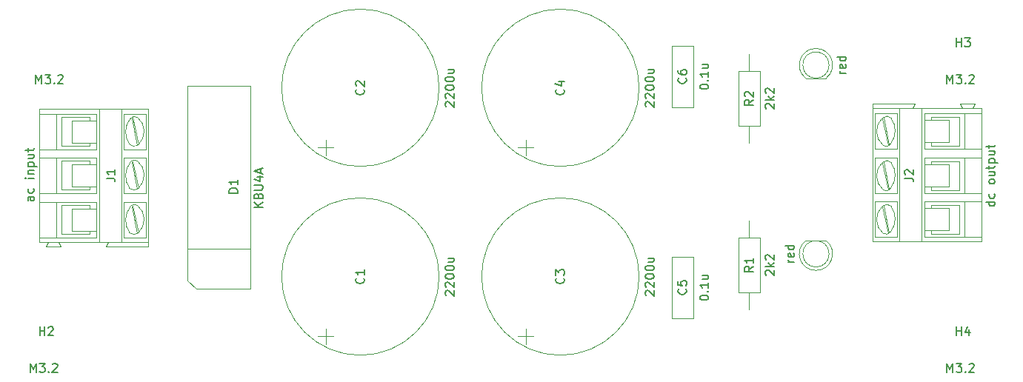
<source format=gbr>
G04 #@! TF.GenerationSoftware,KiCad,Pcbnew,5.1.4-3.fc30*
G04 #@! TF.CreationDate,2019-10-06T03:47:38+02:00*
G04 #@! TF.ProjectId,high_power_sym_supply,68696768-5f70-46f7-9765-725f73796d5f,1.0*
G04 #@! TF.SameCoordinates,Original*
G04 #@! TF.FileFunction,Other,Fab,Top*
%FSLAX46Y46*%
G04 Gerber Fmt 4.6, Leading zero omitted, Abs format (unit mm)*
G04 Created by KiCad (PCBNEW 5.1.4-3.fc30) date 2019-10-06 03:47:38*
%MOMM*%
%LPD*%
G04 APERTURE LIST*
%ADD10C,0.100000*%
%ADD11C,0.120000*%
%ADD12C,0.150000*%
G04 APERTURE END LIST*
D10*
X109452500Y-107227271D02*
X111252500Y-107227271D01*
X110352500Y-108127271D02*
X110352500Y-106327271D01*
X123300000Y-100390000D02*
G75*
G03X123300000Y-100390000I-9000000J0D01*
G01*
X123300000Y-78800000D02*
G75*
G03X123300000Y-78800000I-9000000J0D01*
G01*
X110352500Y-86537271D02*
X110352500Y-84737271D01*
X109452500Y-85637271D02*
X111252500Y-85637271D01*
X132312500Y-107227271D02*
X134112500Y-107227271D01*
X133212500Y-108127271D02*
X133212500Y-106327271D01*
X146160000Y-100390000D02*
G75*
G03X146160000Y-100390000I-9000000J0D01*
G01*
X146160000Y-78800000D02*
G75*
G03X146160000Y-78800000I-9000000J0D01*
G01*
X133212500Y-86537271D02*
X133212500Y-84737271D01*
X132312500Y-85637271D02*
X134112500Y-85637271D01*
X149880000Y-98140000D02*
X149880000Y-105140000D01*
X152380000Y-98140000D02*
X149880000Y-98140000D01*
X152380000Y-105140000D02*
X152380000Y-98140000D01*
X149880000Y-105140000D02*
X152380000Y-105140000D01*
X149880000Y-81010000D02*
X152380000Y-81010000D01*
X152380000Y-81010000D02*
X152380000Y-74010000D01*
X152380000Y-74010000D02*
X149880000Y-74010000D01*
X149880000Y-74010000D02*
X149880000Y-81010000D01*
D11*
X94520000Y-97190000D02*
X101720000Y-97190000D01*
D10*
X95520000Y-101790000D02*
X101720000Y-101790000D01*
X94520000Y-100890000D02*
X95520000Y-101790000D01*
X94520000Y-78590000D02*
X94520000Y-100890000D01*
D11*
X101720000Y-78590000D02*
X94520000Y-78590000D01*
D10*
X101720000Y-101790000D02*
X101720000Y-78590000D01*
X167536190Y-96290000D02*
X165203810Y-96290000D01*
X167870000Y-97790000D02*
G75*
G03X167870000Y-97790000I-1500000J0D01*
G01*
X165204524Y-96289445D02*
G75*
G03X167536190Y-96290000I1165476J-1500555D01*
G01*
X167535476Y-77700555D02*
G75*
G03X165203810Y-77700000I-1165476J1500555D01*
G01*
X167870000Y-76200000D02*
G75*
G03X167870000Y-76200000I-1500000J0D01*
G01*
X165203810Y-77700000D02*
X167536190Y-77700000D01*
X84470000Y-96480000D02*
X84470000Y-81300000D01*
X79830000Y-91840000D02*
X84080000Y-91840000D01*
X77610000Y-95910000D02*
X77610000Y-91400000D01*
X87010000Y-91400000D02*
X87010000Y-96420000D01*
X90050000Y-81240000D02*
X90050000Y-96480000D01*
X84080000Y-92240000D02*
X84080000Y-95540000D01*
X84080000Y-91860000D02*
X84080000Y-92240000D01*
X84080000Y-95920000D02*
X84080000Y-95540000D01*
X88150000Y-92390000D02*
X88780000Y-95440000D01*
X88280000Y-92260000D02*
X88910000Y-95310000D01*
X87260000Y-95920000D02*
X87260000Y-91860000D01*
X89800000Y-95920000D02*
X87260000Y-95920000D01*
X89800000Y-91860000D02*
X89800000Y-95920000D01*
X87260000Y-91860000D02*
X89800000Y-91860000D01*
X87010000Y-96480000D02*
X85480000Y-96480000D01*
X84470000Y-96480000D02*
X79770000Y-96480000D01*
X85480000Y-96480000D02*
X84470000Y-96480000D01*
X83320000Y-95540000D02*
X83320000Y-95160000D01*
X83320000Y-92240000D02*
X83320000Y-92620000D01*
X80150000Y-92240000D02*
X83320000Y-92240000D01*
X80150000Y-95540000D02*
X80150000Y-92240000D01*
X80150000Y-95540000D02*
X83320000Y-95540000D01*
X79510000Y-95920000D02*
X77610000Y-95920000D01*
X79510000Y-91860000D02*
X79510000Y-95920000D01*
X77610000Y-95920000D02*
X77610000Y-96480000D01*
X84080000Y-95920000D02*
X79510000Y-95920000D01*
X77610000Y-91860000D02*
X79510000Y-91860000D01*
X80020000Y-96990000D02*
X78370000Y-96990000D01*
X79770000Y-96480000D02*
X78620000Y-96480000D01*
X80020000Y-96990000D02*
X79770000Y-96480000D01*
X78620000Y-96480000D02*
X77610000Y-96480000D01*
X78370000Y-96990000D02*
X78620000Y-96480000D01*
X85230000Y-96990000D02*
X85480000Y-96480000D01*
X90050000Y-96990000D02*
X85230000Y-96990000D01*
X90050000Y-96480000D02*
X90050000Y-96990000D01*
X90050000Y-96480000D02*
X87010000Y-96480000D01*
X81290000Y-92620000D02*
X84080000Y-92620000D01*
X84080000Y-92620000D02*
X84080000Y-95160000D01*
X81290000Y-95160000D02*
X84080000Y-95160000D01*
X81290000Y-92620000D02*
X81290000Y-95160000D01*
X81290000Y-82540000D02*
X81290000Y-85080000D01*
X81290000Y-85080000D02*
X84080000Y-85080000D01*
X84080000Y-82540000D02*
X84080000Y-85080000D01*
X81290000Y-82540000D02*
X84080000Y-82540000D01*
X81290000Y-87540000D02*
X81290000Y-90080000D01*
X81290000Y-90080000D02*
X84080000Y-90080000D01*
X84080000Y-87540000D02*
X84080000Y-90080000D01*
X81290000Y-87540000D02*
X84080000Y-87540000D01*
X78620000Y-91840000D02*
X77610000Y-91840000D01*
X79770000Y-91840000D02*
X78620000Y-91840000D01*
X77610000Y-86780000D02*
X79510000Y-86780000D01*
X84080000Y-90840000D02*
X79510000Y-90840000D01*
X77610000Y-86780000D02*
X77610000Y-90840000D01*
X77610000Y-90840000D02*
X77610000Y-91400000D01*
X77610000Y-85840000D02*
X79510000Y-85840000D01*
X77610000Y-85840000D02*
X77610000Y-86780000D01*
X84080000Y-81770000D02*
X79510000Y-81770000D01*
X77610000Y-81240000D02*
X77610000Y-81770000D01*
X77610000Y-81770000D02*
X77610000Y-85840000D01*
X79510000Y-86780000D02*
X79510000Y-90840000D01*
X79510000Y-86780000D02*
X84080000Y-86780000D01*
X79510000Y-90840000D02*
X77610000Y-90840000D01*
X79510000Y-85840000D02*
X79510000Y-81770000D01*
X79510000Y-85840000D02*
X84080000Y-85840000D01*
X79510000Y-81770000D02*
X77610000Y-81770000D01*
X80150000Y-90460000D02*
X83320000Y-90460000D01*
X80150000Y-90460000D02*
X80150000Y-87160000D01*
X80150000Y-87160000D02*
X83320000Y-87160000D01*
X80150000Y-85460000D02*
X83320000Y-85460000D01*
X80150000Y-85460000D02*
X80150000Y-82150000D01*
X80150000Y-82150000D02*
X83320000Y-82150000D01*
X83320000Y-82150000D02*
X83320000Y-82540000D01*
X83320000Y-85460000D02*
X83320000Y-85080000D01*
X83320000Y-87160000D02*
X83320000Y-87540000D01*
X83320000Y-90460000D02*
X83320000Y-90080000D01*
X77610000Y-81240000D02*
X84470000Y-81240000D01*
X84470000Y-81240000D02*
X87010000Y-81240000D01*
X87010000Y-81240000D02*
X87010000Y-91400000D01*
X87010000Y-81240000D02*
X90050000Y-81240000D01*
X87260000Y-86780000D02*
X89800000Y-86780000D01*
X89800000Y-86780000D02*
X89800000Y-90840000D01*
X89800000Y-90840000D02*
X87260000Y-90840000D01*
X87260000Y-90840000D02*
X87260000Y-86780000D01*
X87260000Y-85840000D02*
X89800000Y-85840000D01*
X87260000Y-85840000D02*
X87260000Y-81770000D01*
X87260000Y-81770000D02*
X89800000Y-81770000D01*
X89800000Y-85840000D02*
X89800000Y-81770000D01*
X88280000Y-87180000D02*
X88910000Y-90230000D01*
X88150000Y-87310000D02*
X88780000Y-90360000D01*
X88280000Y-82180000D02*
X88910000Y-85230000D01*
X88150000Y-82310000D02*
X88780000Y-85350000D01*
X84080000Y-81770000D02*
X84080000Y-82150000D01*
X84080000Y-85840000D02*
X84080000Y-85460000D01*
X84080000Y-85460000D02*
X84080000Y-82150000D01*
X84080000Y-90840000D02*
X84080000Y-90460000D01*
X84080000Y-86780000D02*
X84080000Y-87160000D01*
X84080000Y-87160000D02*
X84080000Y-90460000D01*
X88888699Y-92317028D02*
G75*
G03X87960000Y-92460000I-408699J-432972D01*
G01*
X88891687Y-95408239D02*
G75*
G03X88830000Y-92260000I-1351687J1548239D01*
G01*
X87998263Y-92417667D02*
G75*
G03X87950000Y-95400000I1901737J-1522333D01*
G01*
X87916004Y-95365620D02*
G75*
G03X88880000Y-95410000I503996J455620D01*
G01*
X87916004Y-90285620D02*
G75*
G03X88880000Y-90330000I503996J455620D01*
G01*
X87998263Y-87337667D02*
G75*
G03X87950000Y-90320000I1901737J-1522333D01*
G01*
X88891687Y-90328239D02*
G75*
G03X88830000Y-87180000I-1351687J1548239D01*
G01*
X88888699Y-87237028D02*
G75*
G03X87960000Y-87380000I-408699J-432972D01*
G01*
X87906005Y-85275532D02*
G75*
G03X88880000Y-85330000I513995J455532D01*
G01*
X87998263Y-82337667D02*
G75*
G03X87950000Y-85320000I1901737J-1522333D01*
G01*
X88891687Y-85328239D02*
G75*
G03X88830000Y-82180000I-1351687J1548239D01*
G01*
X88879005Y-82224574D02*
G75*
G03X87960000Y-82380000I-399005J-435426D01*
G01*
X174010995Y-95415426D02*
G75*
G03X174930000Y-95260000I399005J435426D01*
G01*
X173998313Y-92311761D02*
G75*
G03X174060000Y-95460000I1351687J-1548239D01*
G01*
X174891737Y-95302333D02*
G75*
G03X174940000Y-92320000I-1901737J1522333D01*
G01*
X174983995Y-92364468D02*
G75*
G03X174010000Y-92310000I-513995J-455532D01*
G01*
X174001301Y-90402972D02*
G75*
G03X174930000Y-90260000I408699J432972D01*
G01*
X173998313Y-87311761D02*
G75*
G03X174060000Y-90460000I1351687J-1548239D01*
G01*
X174891737Y-90302333D02*
G75*
G03X174940000Y-87320000I-1901737J1522333D01*
G01*
X174973996Y-87354380D02*
G75*
G03X174010000Y-87310000I-503996J-455620D01*
G01*
X174973996Y-82274380D02*
G75*
G03X174010000Y-82230000I-503996J-455620D01*
G01*
X174891737Y-85222333D02*
G75*
G03X174940000Y-82240000I-1901737J1522333D01*
G01*
X173998313Y-82231761D02*
G75*
G03X174060000Y-85380000I1351687J-1548239D01*
G01*
X174001301Y-85322972D02*
G75*
G03X174930000Y-85180000I408699J432972D01*
G01*
X178810000Y-90480000D02*
X178810000Y-87180000D01*
X178810000Y-90860000D02*
X178810000Y-90480000D01*
X178810000Y-86800000D02*
X178810000Y-87180000D01*
X178810000Y-92180000D02*
X178810000Y-95490000D01*
X178810000Y-91800000D02*
X178810000Y-92180000D01*
X178810000Y-95870000D02*
X178810000Y-95490000D01*
X174740000Y-95330000D02*
X174110000Y-92290000D01*
X174610000Y-95460000D02*
X173980000Y-92410000D01*
X174740000Y-90330000D02*
X174110000Y-87280000D01*
X174610000Y-90460000D02*
X173980000Y-87410000D01*
X173090000Y-91800000D02*
X173090000Y-95870000D01*
X175630000Y-95870000D02*
X173090000Y-95870000D01*
X175630000Y-91800000D02*
X175630000Y-95870000D01*
X175630000Y-91800000D02*
X173090000Y-91800000D01*
X175630000Y-86800000D02*
X175630000Y-90860000D01*
X173090000Y-86800000D02*
X175630000Y-86800000D01*
X173090000Y-90860000D02*
X173090000Y-86800000D01*
X175630000Y-90860000D02*
X173090000Y-90860000D01*
X175880000Y-96400000D02*
X172840000Y-96400000D01*
X175880000Y-96400000D02*
X175880000Y-86240000D01*
X178420000Y-96400000D02*
X175880000Y-96400000D01*
X185280000Y-96400000D02*
X178420000Y-96400000D01*
X179570000Y-87180000D02*
X179570000Y-87560000D01*
X179570000Y-90480000D02*
X179570000Y-90100000D01*
X179570000Y-92180000D02*
X179570000Y-92560000D01*
X179570000Y-95490000D02*
X179570000Y-95100000D01*
X182740000Y-95490000D02*
X179570000Y-95490000D01*
X182740000Y-92180000D02*
X182740000Y-95490000D01*
X182740000Y-92180000D02*
X179570000Y-92180000D01*
X182740000Y-90480000D02*
X179570000Y-90480000D01*
X182740000Y-87180000D02*
X182740000Y-90480000D01*
X182740000Y-87180000D02*
X179570000Y-87180000D01*
X183380000Y-95870000D02*
X185280000Y-95870000D01*
X183380000Y-91800000D02*
X178810000Y-91800000D01*
X183380000Y-91800000D02*
X183380000Y-95870000D01*
X183380000Y-86800000D02*
X185280000Y-86800000D01*
X183380000Y-90860000D02*
X178810000Y-90860000D01*
X183380000Y-90860000D02*
X183380000Y-86800000D01*
X185280000Y-95870000D02*
X185280000Y-91800000D01*
X185280000Y-96400000D02*
X185280000Y-95870000D01*
X178810000Y-95870000D02*
X183380000Y-95870000D01*
X185280000Y-91800000D02*
X185280000Y-90860000D01*
X185280000Y-91800000D02*
X183380000Y-91800000D01*
X185280000Y-86800000D02*
X185280000Y-86240000D01*
X185280000Y-90860000D02*
X185280000Y-86800000D01*
X178810000Y-86800000D02*
X183380000Y-86800000D01*
X185280000Y-90860000D02*
X183380000Y-90860000D01*
X183120000Y-85800000D02*
X184270000Y-85800000D01*
X184270000Y-85800000D02*
X185280000Y-85800000D01*
X181600000Y-90100000D02*
X178810000Y-90100000D01*
X178810000Y-90100000D02*
X178810000Y-87560000D01*
X181600000Y-87560000D02*
X178810000Y-87560000D01*
X181600000Y-90100000D02*
X181600000Y-87560000D01*
X181600000Y-95100000D02*
X178810000Y-95100000D01*
X178810000Y-95100000D02*
X178810000Y-92560000D01*
X181600000Y-92560000D02*
X178810000Y-92560000D01*
X181600000Y-95100000D02*
X181600000Y-92560000D01*
X181600000Y-85020000D02*
X181600000Y-82480000D01*
X181600000Y-82480000D02*
X178810000Y-82480000D01*
X178810000Y-85020000D02*
X178810000Y-82480000D01*
X181600000Y-85020000D02*
X178810000Y-85020000D01*
X172840000Y-81160000D02*
X175880000Y-81160000D01*
X172840000Y-81160000D02*
X172840000Y-80650000D01*
X172840000Y-80650000D02*
X177660000Y-80650000D01*
X177660000Y-80650000D02*
X177410000Y-81160000D01*
X184520000Y-80650000D02*
X184270000Y-81160000D01*
X184270000Y-81160000D02*
X185280000Y-81160000D01*
X182870000Y-80650000D02*
X183120000Y-81160000D01*
X183120000Y-81160000D02*
X184270000Y-81160000D01*
X182870000Y-80650000D02*
X184520000Y-80650000D01*
X185280000Y-85780000D02*
X183380000Y-85780000D01*
X178810000Y-81720000D02*
X183380000Y-81720000D01*
X185280000Y-81720000D02*
X185280000Y-81160000D01*
X183380000Y-85780000D02*
X183380000Y-81720000D01*
X183380000Y-81720000D02*
X185280000Y-81720000D01*
X182740000Y-82100000D02*
X179570000Y-82100000D01*
X182740000Y-82100000D02*
X182740000Y-85400000D01*
X182740000Y-85400000D02*
X179570000Y-85400000D01*
X179570000Y-85400000D02*
X179570000Y-85020000D01*
X179570000Y-82100000D02*
X179570000Y-82480000D01*
X177410000Y-81160000D02*
X178420000Y-81160000D01*
X178420000Y-81160000D02*
X183120000Y-81160000D01*
X175880000Y-81160000D02*
X177410000Y-81160000D01*
X175630000Y-85780000D02*
X173090000Y-85780000D01*
X173090000Y-85780000D02*
X173090000Y-81720000D01*
X173090000Y-81720000D02*
X175630000Y-81720000D01*
X175630000Y-81720000D02*
X175630000Y-85780000D01*
X174610000Y-85380000D02*
X173980000Y-82330000D01*
X174740000Y-85250000D02*
X174110000Y-82200000D01*
X178810000Y-81720000D02*
X178810000Y-82100000D01*
X178810000Y-85780000D02*
X178810000Y-85400000D01*
X178810000Y-85400000D02*
X178810000Y-82100000D01*
X172840000Y-96400000D02*
X172840000Y-81160000D01*
X175880000Y-86240000D02*
X175880000Y-81220000D01*
X185280000Y-81730000D02*
X185280000Y-86240000D01*
X183060000Y-85800000D02*
X178810000Y-85800000D01*
X178420000Y-81160000D02*
X178420000Y-96340000D01*
X158750000Y-93980000D02*
X158750000Y-95910000D01*
X158750000Y-104140000D02*
X158750000Y-102210000D01*
X157500000Y-95910000D02*
X157500000Y-102210000D01*
X160000000Y-95910000D02*
X157500000Y-95910000D01*
X160000000Y-102210000D02*
X160000000Y-95910000D01*
X157500000Y-102210000D02*
X160000000Y-102210000D01*
X157500000Y-83160000D02*
X160000000Y-83160000D01*
X160000000Y-83160000D02*
X160000000Y-76860000D01*
X160000000Y-76860000D02*
X157500000Y-76860000D01*
X157500000Y-76860000D02*
X157500000Y-83160000D01*
X158750000Y-85090000D02*
X158750000Y-83160000D01*
X158750000Y-74930000D02*
X158750000Y-76860000D01*
D12*
X77216190Y-78312380D02*
X77216190Y-77312380D01*
X77549523Y-78026666D01*
X77882857Y-77312380D01*
X77882857Y-78312380D01*
X78263809Y-77312380D02*
X78882857Y-77312380D01*
X78549523Y-77693333D01*
X78692380Y-77693333D01*
X78787619Y-77740952D01*
X78835238Y-77788571D01*
X78882857Y-77883809D01*
X78882857Y-78121904D01*
X78835238Y-78217142D01*
X78787619Y-78264761D01*
X78692380Y-78312380D01*
X78406666Y-78312380D01*
X78311428Y-78264761D01*
X78263809Y-78217142D01*
X79311428Y-78217142D02*
X79359047Y-78264761D01*
X79311428Y-78312380D01*
X79263809Y-78264761D01*
X79311428Y-78217142D01*
X79311428Y-78312380D01*
X79740000Y-77407619D02*
X79787619Y-77360000D01*
X79882857Y-77312380D01*
X80120952Y-77312380D01*
X80216190Y-77360000D01*
X80263809Y-77407619D01*
X80311428Y-77502857D01*
X80311428Y-77598095D01*
X80263809Y-77740952D01*
X79692380Y-78312380D01*
X80311428Y-78312380D01*
X181356190Y-111332380D02*
X181356190Y-110332380D01*
X181689523Y-111046666D01*
X182022857Y-110332380D01*
X182022857Y-111332380D01*
X182403809Y-110332380D02*
X183022857Y-110332380D01*
X182689523Y-110713333D01*
X182832380Y-110713333D01*
X182927619Y-110760952D01*
X182975238Y-110808571D01*
X183022857Y-110903809D01*
X183022857Y-111141904D01*
X182975238Y-111237142D01*
X182927619Y-111284761D01*
X182832380Y-111332380D01*
X182546666Y-111332380D01*
X182451428Y-111284761D01*
X182403809Y-111237142D01*
X183451428Y-111237142D02*
X183499047Y-111284761D01*
X183451428Y-111332380D01*
X183403809Y-111284761D01*
X183451428Y-111237142D01*
X183451428Y-111332380D01*
X183880000Y-110427619D02*
X183927619Y-110380000D01*
X184022857Y-110332380D01*
X184260952Y-110332380D01*
X184356190Y-110380000D01*
X184403809Y-110427619D01*
X184451428Y-110522857D01*
X184451428Y-110618095D01*
X184403809Y-110760952D01*
X183832380Y-111332380D01*
X184451428Y-111332380D01*
X182418095Y-107132380D02*
X182418095Y-106132380D01*
X182418095Y-106608571D02*
X182989523Y-106608571D01*
X182989523Y-107132380D02*
X182989523Y-106132380D01*
X183894285Y-106465714D02*
X183894285Y-107132380D01*
X183656190Y-106084761D02*
X183418095Y-106799047D01*
X184037142Y-106799047D01*
X181356190Y-78312380D02*
X181356190Y-77312380D01*
X181689523Y-78026666D01*
X182022857Y-77312380D01*
X182022857Y-78312380D01*
X182403809Y-77312380D02*
X183022857Y-77312380D01*
X182689523Y-77693333D01*
X182832380Y-77693333D01*
X182927619Y-77740952D01*
X182975238Y-77788571D01*
X183022857Y-77883809D01*
X183022857Y-78121904D01*
X182975238Y-78217142D01*
X182927619Y-78264761D01*
X182832380Y-78312380D01*
X182546666Y-78312380D01*
X182451428Y-78264761D01*
X182403809Y-78217142D01*
X183451428Y-78217142D02*
X183499047Y-78264761D01*
X183451428Y-78312380D01*
X183403809Y-78264761D01*
X183451428Y-78217142D01*
X183451428Y-78312380D01*
X183880000Y-77407619D02*
X183927619Y-77360000D01*
X184022857Y-77312380D01*
X184260952Y-77312380D01*
X184356190Y-77360000D01*
X184403809Y-77407619D01*
X184451428Y-77502857D01*
X184451428Y-77598095D01*
X184403809Y-77740952D01*
X183832380Y-78312380D01*
X184451428Y-78312380D01*
X182418095Y-74112380D02*
X182418095Y-73112380D01*
X182418095Y-73588571D02*
X182989523Y-73588571D01*
X182989523Y-74112380D02*
X182989523Y-73112380D01*
X183370476Y-73112380D02*
X183989523Y-73112380D01*
X183656190Y-73493333D01*
X183799047Y-73493333D01*
X183894285Y-73540952D01*
X183941904Y-73588571D01*
X183989523Y-73683809D01*
X183989523Y-73921904D01*
X183941904Y-74017142D01*
X183894285Y-74064761D01*
X183799047Y-74112380D01*
X183513333Y-74112380D01*
X183418095Y-74064761D01*
X183370476Y-74017142D01*
X76581190Y-111332380D02*
X76581190Y-110332380D01*
X76914523Y-111046666D01*
X77247857Y-110332380D01*
X77247857Y-111332380D01*
X77628809Y-110332380D02*
X78247857Y-110332380D01*
X77914523Y-110713333D01*
X78057380Y-110713333D01*
X78152619Y-110760952D01*
X78200238Y-110808571D01*
X78247857Y-110903809D01*
X78247857Y-111141904D01*
X78200238Y-111237142D01*
X78152619Y-111284761D01*
X78057380Y-111332380D01*
X77771666Y-111332380D01*
X77676428Y-111284761D01*
X77628809Y-111237142D01*
X78676428Y-111237142D02*
X78724047Y-111284761D01*
X78676428Y-111332380D01*
X78628809Y-111284761D01*
X78676428Y-111237142D01*
X78676428Y-111332380D01*
X79105000Y-110427619D02*
X79152619Y-110380000D01*
X79247857Y-110332380D01*
X79485952Y-110332380D01*
X79581190Y-110380000D01*
X79628809Y-110427619D01*
X79676428Y-110522857D01*
X79676428Y-110618095D01*
X79628809Y-110760952D01*
X79057380Y-111332380D01*
X79676428Y-111332380D01*
X77643095Y-107132380D02*
X77643095Y-106132380D01*
X77643095Y-106608571D02*
X78214523Y-106608571D01*
X78214523Y-107132380D02*
X78214523Y-106132380D01*
X78643095Y-106227619D02*
X78690714Y-106180000D01*
X78785952Y-106132380D01*
X79024047Y-106132380D01*
X79119285Y-106180000D01*
X79166904Y-106227619D01*
X79214523Y-106322857D01*
X79214523Y-106418095D01*
X79166904Y-106560952D01*
X78595476Y-107132380D01*
X79214523Y-107132380D01*
X124097619Y-102556666D02*
X124050000Y-102509047D01*
X124002380Y-102413809D01*
X124002380Y-102175714D01*
X124050000Y-102080476D01*
X124097619Y-102032857D01*
X124192857Y-101985238D01*
X124288095Y-101985238D01*
X124430952Y-102032857D01*
X125002380Y-102604285D01*
X125002380Y-101985238D01*
X124097619Y-101604285D02*
X124050000Y-101556666D01*
X124002380Y-101461428D01*
X124002380Y-101223333D01*
X124050000Y-101128095D01*
X124097619Y-101080476D01*
X124192857Y-101032857D01*
X124288095Y-101032857D01*
X124430952Y-101080476D01*
X125002380Y-101651904D01*
X125002380Y-101032857D01*
X124002380Y-100413809D02*
X124002380Y-100318571D01*
X124050000Y-100223333D01*
X124097619Y-100175714D01*
X124192857Y-100128095D01*
X124383333Y-100080476D01*
X124621428Y-100080476D01*
X124811904Y-100128095D01*
X124907142Y-100175714D01*
X124954761Y-100223333D01*
X125002380Y-100318571D01*
X125002380Y-100413809D01*
X124954761Y-100509047D01*
X124907142Y-100556666D01*
X124811904Y-100604285D01*
X124621428Y-100651904D01*
X124383333Y-100651904D01*
X124192857Y-100604285D01*
X124097619Y-100556666D01*
X124050000Y-100509047D01*
X124002380Y-100413809D01*
X124002380Y-99461428D02*
X124002380Y-99366190D01*
X124050000Y-99270952D01*
X124097619Y-99223333D01*
X124192857Y-99175714D01*
X124383333Y-99128095D01*
X124621428Y-99128095D01*
X124811904Y-99175714D01*
X124907142Y-99223333D01*
X124954761Y-99270952D01*
X125002380Y-99366190D01*
X125002380Y-99461428D01*
X124954761Y-99556666D01*
X124907142Y-99604285D01*
X124811904Y-99651904D01*
X124621428Y-99699523D01*
X124383333Y-99699523D01*
X124192857Y-99651904D01*
X124097619Y-99604285D01*
X124050000Y-99556666D01*
X124002380Y-99461428D01*
X124335714Y-98270952D02*
X125002380Y-98270952D01*
X124335714Y-98699523D02*
X124859523Y-98699523D01*
X124954761Y-98651904D01*
X125002380Y-98556666D01*
X125002380Y-98413809D01*
X124954761Y-98318571D01*
X124907142Y-98270952D01*
X114657142Y-100556666D02*
X114704761Y-100604285D01*
X114752380Y-100747142D01*
X114752380Y-100842380D01*
X114704761Y-100985238D01*
X114609523Y-101080476D01*
X114514285Y-101128095D01*
X114323809Y-101175714D01*
X114180952Y-101175714D01*
X113990476Y-101128095D01*
X113895238Y-101080476D01*
X113800000Y-100985238D01*
X113752380Y-100842380D01*
X113752380Y-100747142D01*
X113800000Y-100604285D01*
X113847619Y-100556666D01*
X114752380Y-99604285D02*
X114752380Y-100175714D01*
X114752380Y-99890000D02*
X113752380Y-99890000D01*
X113895238Y-99985238D01*
X113990476Y-100080476D01*
X114038095Y-100175714D01*
X124097619Y-80966666D02*
X124050000Y-80919047D01*
X124002380Y-80823809D01*
X124002380Y-80585714D01*
X124050000Y-80490476D01*
X124097619Y-80442857D01*
X124192857Y-80395238D01*
X124288095Y-80395238D01*
X124430952Y-80442857D01*
X125002380Y-81014285D01*
X125002380Y-80395238D01*
X124097619Y-80014285D02*
X124050000Y-79966666D01*
X124002380Y-79871428D01*
X124002380Y-79633333D01*
X124050000Y-79538095D01*
X124097619Y-79490476D01*
X124192857Y-79442857D01*
X124288095Y-79442857D01*
X124430952Y-79490476D01*
X125002380Y-80061904D01*
X125002380Y-79442857D01*
X124002380Y-78823809D02*
X124002380Y-78728571D01*
X124050000Y-78633333D01*
X124097619Y-78585714D01*
X124192857Y-78538095D01*
X124383333Y-78490476D01*
X124621428Y-78490476D01*
X124811904Y-78538095D01*
X124907142Y-78585714D01*
X124954761Y-78633333D01*
X125002380Y-78728571D01*
X125002380Y-78823809D01*
X124954761Y-78919047D01*
X124907142Y-78966666D01*
X124811904Y-79014285D01*
X124621428Y-79061904D01*
X124383333Y-79061904D01*
X124192857Y-79014285D01*
X124097619Y-78966666D01*
X124050000Y-78919047D01*
X124002380Y-78823809D01*
X124002380Y-77871428D02*
X124002380Y-77776190D01*
X124050000Y-77680952D01*
X124097619Y-77633333D01*
X124192857Y-77585714D01*
X124383333Y-77538095D01*
X124621428Y-77538095D01*
X124811904Y-77585714D01*
X124907142Y-77633333D01*
X124954761Y-77680952D01*
X125002380Y-77776190D01*
X125002380Y-77871428D01*
X124954761Y-77966666D01*
X124907142Y-78014285D01*
X124811904Y-78061904D01*
X124621428Y-78109523D01*
X124383333Y-78109523D01*
X124192857Y-78061904D01*
X124097619Y-78014285D01*
X124050000Y-77966666D01*
X124002380Y-77871428D01*
X124335714Y-76680952D02*
X125002380Y-76680952D01*
X124335714Y-77109523D02*
X124859523Y-77109523D01*
X124954761Y-77061904D01*
X125002380Y-76966666D01*
X125002380Y-76823809D01*
X124954761Y-76728571D01*
X124907142Y-76680952D01*
X114657142Y-78966666D02*
X114704761Y-79014285D01*
X114752380Y-79157142D01*
X114752380Y-79252380D01*
X114704761Y-79395238D01*
X114609523Y-79490476D01*
X114514285Y-79538095D01*
X114323809Y-79585714D01*
X114180952Y-79585714D01*
X113990476Y-79538095D01*
X113895238Y-79490476D01*
X113800000Y-79395238D01*
X113752380Y-79252380D01*
X113752380Y-79157142D01*
X113800000Y-79014285D01*
X113847619Y-78966666D01*
X113847619Y-78585714D02*
X113800000Y-78538095D01*
X113752380Y-78442857D01*
X113752380Y-78204761D01*
X113800000Y-78109523D01*
X113847619Y-78061904D01*
X113942857Y-78014285D01*
X114038095Y-78014285D01*
X114180952Y-78061904D01*
X114752380Y-78633333D01*
X114752380Y-78014285D01*
X146957619Y-102556666D02*
X146910000Y-102509047D01*
X146862380Y-102413809D01*
X146862380Y-102175714D01*
X146910000Y-102080476D01*
X146957619Y-102032857D01*
X147052857Y-101985238D01*
X147148095Y-101985238D01*
X147290952Y-102032857D01*
X147862380Y-102604285D01*
X147862380Y-101985238D01*
X146957619Y-101604285D02*
X146910000Y-101556666D01*
X146862380Y-101461428D01*
X146862380Y-101223333D01*
X146910000Y-101128095D01*
X146957619Y-101080476D01*
X147052857Y-101032857D01*
X147148095Y-101032857D01*
X147290952Y-101080476D01*
X147862380Y-101651904D01*
X147862380Y-101032857D01*
X146862380Y-100413809D02*
X146862380Y-100318571D01*
X146910000Y-100223333D01*
X146957619Y-100175714D01*
X147052857Y-100128095D01*
X147243333Y-100080476D01*
X147481428Y-100080476D01*
X147671904Y-100128095D01*
X147767142Y-100175714D01*
X147814761Y-100223333D01*
X147862380Y-100318571D01*
X147862380Y-100413809D01*
X147814761Y-100509047D01*
X147767142Y-100556666D01*
X147671904Y-100604285D01*
X147481428Y-100651904D01*
X147243333Y-100651904D01*
X147052857Y-100604285D01*
X146957619Y-100556666D01*
X146910000Y-100509047D01*
X146862380Y-100413809D01*
X146862380Y-99461428D02*
X146862380Y-99366190D01*
X146910000Y-99270952D01*
X146957619Y-99223333D01*
X147052857Y-99175714D01*
X147243333Y-99128095D01*
X147481428Y-99128095D01*
X147671904Y-99175714D01*
X147767142Y-99223333D01*
X147814761Y-99270952D01*
X147862380Y-99366190D01*
X147862380Y-99461428D01*
X147814761Y-99556666D01*
X147767142Y-99604285D01*
X147671904Y-99651904D01*
X147481428Y-99699523D01*
X147243333Y-99699523D01*
X147052857Y-99651904D01*
X146957619Y-99604285D01*
X146910000Y-99556666D01*
X146862380Y-99461428D01*
X147195714Y-98270952D02*
X147862380Y-98270952D01*
X147195714Y-98699523D02*
X147719523Y-98699523D01*
X147814761Y-98651904D01*
X147862380Y-98556666D01*
X147862380Y-98413809D01*
X147814761Y-98318571D01*
X147767142Y-98270952D01*
X137517142Y-100556666D02*
X137564761Y-100604285D01*
X137612380Y-100747142D01*
X137612380Y-100842380D01*
X137564761Y-100985238D01*
X137469523Y-101080476D01*
X137374285Y-101128095D01*
X137183809Y-101175714D01*
X137040952Y-101175714D01*
X136850476Y-101128095D01*
X136755238Y-101080476D01*
X136660000Y-100985238D01*
X136612380Y-100842380D01*
X136612380Y-100747142D01*
X136660000Y-100604285D01*
X136707619Y-100556666D01*
X136612380Y-100223333D02*
X136612380Y-99604285D01*
X136993333Y-99937619D01*
X136993333Y-99794761D01*
X137040952Y-99699523D01*
X137088571Y-99651904D01*
X137183809Y-99604285D01*
X137421904Y-99604285D01*
X137517142Y-99651904D01*
X137564761Y-99699523D01*
X137612380Y-99794761D01*
X137612380Y-100080476D01*
X137564761Y-100175714D01*
X137517142Y-100223333D01*
X146957619Y-80966666D02*
X146910000Y-80919047D01*
X146862380Y-80823809D01*
X146862380Y-80585714D01*
X146910000Y-80490476D01*
X146957619Y-80442857D01*
X147052857Y-80395238D01*
X147148095Y-80395238D01*
X147290952Y-80442857D01*
X147862380Y-81014285D01*
X147862380Y-80395238D01*
X146957619Y-80014285D02*
X146910000Y-79966666D01*
X146862380Y-79871428D01*
X146862380Y-79633333D01*
X146910000Y-79538095D01*
X146957619Y-79490476D01*
X147052857Y-79442857D01*
X147148095Y-79442857D01*
X147290952Y-79490476D01*
X147862380Y-80061904D01*
X147862380Y-79442857D01*
X146862380Y-78823809D02*
X146862380Y-78728571D01*
X146910000Y-78633333D01*
X146957619Y-78585714D01*
X147052857Y-78538095D01*
X147243333Y-78490476D01*
X147481428Y-78490476D01*
X147671904Y-78538095D01*
X147767142Y-78585714D01*
X147814761Y-78633333D01*
X147862380Y-78728571D01*
X147862380Y-78823809D01*
X147814761Y-78919047D01*
X147767142Y-78966666D01*
X147671904Y-79014285D01*
X147481428Y-79061904D01*
X147243333Y-79061904D01*
X147052857Y-79014285D01*
X146957619Y-78966666D01*
X146910000Y-78919047D01*
X146862380Y-78823809D01*
X146862380Y-77871428D02*
X146862380Y-77776190D01*
X146910000Y-77680952D01*
X146957619Y-77633333D01*
X147052857Y-77585714D01*
X147243333Y-77538095D01*
X147481428Y-77538095D01*
X147671904Y-77585714D01*
X147767142Y-77633333D01*
X147814761Y-77680952D01*
X147862380Y-77776190D01*
X147862380Y-77871428D01*
X147814761Y-77966666D01*
X147767142Y-78014285D01*
X147671904Y-78061904D01*
X147481428Y-78109523D01*
X147243333Y-78109523D01*
X147052857Y-78061904D01*
X146957619Y-78014285D01*
X146910000Y-77966666D01*
X146862380Y-77871428D01*
X147195714Y-76680952D02*
X147862380Y-76680952D01*
X147195714Y-77109523D02*
X147719523Y-77109523D01*
X147814761Y-77061904D01*
X147862380Y-76966666D01*
X147862380Y-76823809D01*
X147814761Y-76728571D01*
X147767142Y-76680952D01*
X137517142Y-78966666D02*
X137564761Y-79014285D01*
X137612380Y-79157142D01*
X137612380Y-79252380D01*
X137564761Y-79395238D01*
X137469523Y-79490476D01*
X137374285Y-79538095D01*
X137183809Y-79585714D01*
X137040952Y-79585714D01*
X136850476Y-79538095D01*
X136755238Y-79490476D01*
X136660000Y-79395238D01*
X136612380Y-79252380D01*
X136612380Y-79157142D01*
X136660000Y-79014285D01*
X136707619Y-78966666D01*
X136945714Y-78109523D02*
X137612380Y-78109523D01*
X136564761Y-78347619D02*
X137279047Y-78585714D01*
X137279047Y-77966666D01*
X153082380Y-102854285D02*
X153082380Y-102759047D01*
X153130000Y-102663809D01*
X153177619Y-102616190D01*
X153272857Y-102568571D01*
X153463333Y-102520952D01*
X153701428Y-102520952D01*
X153891904Y-102568571D01*
X153987142Y-102616190D01*
X154034761Y-102663809D01*
X154082380Y-102759047D01*
X154082380Y-102854285D01*
X154034761Y-102949523D01*
X153987142Y-102997142D01*
X153891904Y-103044761D01*
X153701428Y-103092380D01*
X153463333Y-103092380D01*
X153272857Y-103044761D01*
X153177619Y-102997142D01*
X153130000Y-102949523D01*
X153082380Y-102854285D01*
X153987142Y-102092380D02*
X154034761Y-102044761D01*
X154082380Y-102092380D01*
X154034761Y-102140000D01*
X153987142Y-102092380D01*
X154082380Y-102092380D01*
X154082380Y-101092380D02*
X154082380Y-101663809D01*
X154082380Y-101378095D02*
X153082380Y-101378095D01*
X153225238Y-101473333D01*
X153320476Y-101568571D01*
X153368095Y-101663809D01*
X153415714Y-100235238D02*
X154082380Y-100235238D01*
X153415714Y-100663809D02*
X153939523Y-100663809D01*
X154034761Y-100616190D01*
X154082380Y-100520952D01*
X154082380Y-100378095D01*
X154034761Y-100282857D01*
X153987142Y-100235238D01*
X151487142Y-101806666D02*
X151534761Y-101854285D01*
X151582380Y-101997142D01*
X151582380Y-102092380D01*
X151534761Y-102235238D01*
X151439523Y-102330476D01*
X151344285Y-102378095D01*
X151153809Y-102425714D01*
X151010952Y-102425714D01*
X150820476Y-102378095D01*
X150725238Y-102330476D01*
X150630000Y-102235238D01*
X150582380Y-102092380D01*
X150582380Y-101997142D01*
X150630000Y-101854285D01*
X150677619Y-101806666D01*
X150582380Y-100901904D02*
X150582380Y-101378095D01*
X151058571Y-101425714D01*
X151010952Y-101378095D01*
X150963333Y-101282857D01*
X150963333Y-101044761D01*
X151010952Y-100949523D01*
X151058571Y-100901904D01*
X151153809Y-100854285D01*
X151391904Y-100854285D01*
X151487142Y-100901904D01*
X151534761Y-100949523D01*
X151582380Y-101044761D01*
X151582380Y-101282857D01*
X151534761Y-101378095D01*
X151487142Y-101425714D01*
X153082380Y-78724285D02*
X153082380Y-78629047D01*
X153130000Y-78533809D01*
X153177619Y-78486190D01*
X153272857Y-78438571D01*
X153463333Y-78390952D01*
X153701428Y-78390952D01*
X153891904Y-78438571D01*
X153987142Y-78486190D01*
X154034761Y-78533809D01*
X154082380Y-78629047D01*
X154082380Y-78724285D01*
X154034761Y-78819523D01*
X153987142Y-78867142D01*
X153891904Y-78914761D01*
X153701428Y-78962380D01*
X153463333Y-78962380D01*
X153272857Y-78914761D01*
X153177619Y-78867142D01*
X153130000Y-78819523D01*
X153082380Y-78724285D01*
X153987142Y-77962380D02*
X154034761Y-77914761D01*
X154082380Y-77962380D01*
X154034761Y-78010000D01*
X153987142Y-77962380D01*
X154082380Y-77962380D01*
X154082380Y-76962380D02*
X154082380Y-77533809D01*
X154082380Y-77248095D02*
X153082380Y-77248095D01*
X153225238Y-77343333D01*
X153320476Y-77438571D01*
X153368095Y-77533809D01*
X153415714Y-76105238D02*
X154082380Y-76105238D01*
X153415714Y-76533809D02*
X153939523Y-76533809D01*
X154034761Y-76486190D01*
X154082380Y-76390952D01*
X154082380Y-76248095D01*
X154034761Y-76152857D01*
X153987142Y-76105238D01*
X151487142Y-77676666D02*
X151534761Y-77724285D01*
X151582380Y-77867142D01*
X151582380Y-77962380D01*
X151534761Y-78105238D01*
X151439523Y-78200476D01*
X151344285Y-78248095D01*
X151153809Y-78295714D01*
X151010952Y-78295714D01*
X150820476Y-78248095D01*
X150725238Y-78200476D01*
X150630000Y-78105238D01*
X150582380Y-77962380D01*
X150582380Y-77867142D01*
X150630000Y-77724285D01*
X150677619Y-77676666D01*
X150582380Y-76819523D02*
X150582380Y-77010000D01*
X150630000Y-77105238D01*
X150677619Y-77152857D01*
X150820476Y-77248095D01*
X151010952Y-77295714D01*
X151391904Y-77295714D01*
X151487142Y-77248095D01*
X151534761Y-77200476D01*
X151582380Y-77105238D01*
X151582380Y-76914761D01*
X151534761Y-76819523D01*
X151487142Y-76771904D01*
X151391904Y-76724285D01*
X151153809Y-76724285D01*
X151058571Y-76771904D01*
X151010952Y-76819523D01*
X150963333Y-76914761D01*
X150963333Y-77105238D01*
X151010952Y-77200476D01*
X151058571Y-77248095D01*
X151153809Y-77295714D01*
X103172380Y-92480476D02*
X102172380Y-92480476D01*
X103172380Y-91909047D02*
X102600952Y-92337619D01*
X102172380Y-91909047D02*
X102743809Y-92480476D01*
X102648571Y-91147142D02*
X102696190Y-91004285D01*
X102743809Y-90956666D01*
X102839047Y-90909047D01*
X102981904Y-90909047D01*
X103077142Y-90956666D01*
X103124761Y-91004285D01*
X103172380Y-91099523D01*
X103172380Y-91480476D01*
X102172380Y-91480476D01*
X102172380Y-91147142D01*
X102220000Y-91051904D01*
X102267619Y-91004285D01*
X102362857Y-90956666D01*
X102458095Y-90956666D01*
X102553333Y-91004285D01*
X102600952Y-91051904D01*
X102648571Y-91147142D01*
X102648571Y-91480476D01*
X102172380Y-90480476D02*
X102981904Y-90480476D01*
X103077142Y-90432857D01*
X103124761Y-90385238D01*
X103172380Y-90290000D01*
X103172380Y-90099523D01*
X103124761Y-90004285D01*
X103077142Y-89956666D01*
X102981904Y-89909047D01*
X102172380Y-89909047D01*
X102505714Y-89004285D02*
X103172380Y-89004285D01*
X102124761Y-89242380D02*
X102839047Y-89480476D01*
X102839047Y-88861428D01*
X102886666Y-88528095D02*
X102886666Y-88051904D01*
X103172380Y-88623333D02*
X102172380Y-88290000D01*
X103172380Y-87956666D01*
X100272380Y-90828095D02*
X99272380Y-90828095D01*
X99272380Y-90590000D01*
X99320000Y-90447142D01*
X99415238Y-90351904D01*
X99510476Y-90304285D01*
X99700952Y-90256666D01*
X99843809Y-90256666D01*
X100034285Y-90304285D01*
X100129523Y-90351904D01*
X100224761Y-90447142D01*
X100272380Y-90590000D01*
X100272380Y-90828095D01*
X100272380Y-89304285D02*
X100272380Y-89875714D01*
X100272380Y-89590000D02*
X99272380Y-89590000D01*
X99415238Y-89685238D01*
X99510476Y-89780476D01*
X99558095Y-89875714D01*
X163862380Y-98742380D02*
X163195714Y-98742380D01*
X163386190Y-98742380D02*
X163290952Y-98694761D01*
X163243333Y-98647142D01*
X163195714Y-98551904D01*
X163195714Y-98456666D01*
X163814761Y-97742380D02*
X163862380Y-97837619D01*
X163862380Y-98028095D01*
X163814761Y-98123333D01*
X163719523Y-98170952D01*
X163338571Y-98170952D01*
X163243333Y-98123333D01*
X163195714Y-98028095D01*
X163195714Y-97837619D01*
X163243333Y-97742380D01*
X163338571Y-97694761D01*
X163433809Y-97694761D01*
X163529047Y-98170952D01*
X163862380Y-96837619D02*
X162862380Y-96837619D01*
X163814761Y-96837619D02*
X163862380Y-96932857D01*
X163862380Y-97123333D01*
X163814761Y-97218571D01*
X163767142Y-97266190D01*
X163671904Y-97313809D01*
X163386190Y-97313809D01*
X163290952Y-97266190D01*
X163243333Y-97218571D01*
X163195714Y-97123333D01*
X163195714Y-96932857D01*
X163243333Y-96837619D01*
X169782380Y-77152380D02*
X169115714Y-77152380D01*
X169306190Y-77152380D02*
X169210952Y-77104761D01*
X169163333Y-77057142D01*
X169115714Y-76961904D01*
X169115714Y-76866666D01*
X169734761Y-76152380D02*
X169782380Y-76247619D01*
X169782380Y-76438095D01*
X169734761Y-76533333D01*
X169639523Y-76580952D01*
X169258571Y-76580952D01*
X169163333Y-76533333D01*
X169115714Y-76438095D01*
X169115714Y-76247619D01*
X169163333Y-76152380D01*
X169258571Y-76104761D01*
X169353809Y-76104761D01*
X169449047Y-76580952D01*
X169782380Y-75247619D02*
X168782380Y-75247619D01*
X169734761Y-75247619D02*
X169782380Y-75342857D01*
X169782380Y-75533333D01*
X169734761Y-75628571D01*
X169687142Y-75676190D01*
X169591904Y-75723809D01*
X169306190Y-75723809D01*
X169210952Y-75676190D01*
X169163333Y-75628571D01*
X169115714Y-75533333D01*
X169115714Y-75342857D01*
X169163333Y-75247619D01*
X76972380Y-91246190D02*
X76448571Y-91246190D01*
X76353333Y-91293809D01*
X76305714Y-91389047D01*
X76305714Y-91579523D01*
X76353333Y-91674761D01*
X76924761Y-91246190D02*
X76972380Y-91341428D01*
X76972380Y-91579523D01*
X76924761Y-91674761D01*
X76829523Y-91722380D01*
X76734285Y-91722380D01*
X76639047Y-91674761D01*
X76591428Y-91579523D01*
X76591428Y-91341428D01*
X76543809Y-91246190D01*
X76924761Y-90341428D02*
X76972380Y-90436666D01*
X76972380Y-90627142D01*
X76924761Y-90722380D01*
X76877142Y-90770000D01*
X76781904Y-90817619D01*
X76496190Y-90817619D01*
X76400952Y-90770000D01*
X76353333Y-90722380D01*
X76305714Y-90627142D01*
X76305714Y-90436666D01*
X76353333Y-90341428D01*
X76972380Y-89150952D02*
X76305714Y-89150952D01*
X75972380Y-89150952D02*
X76020000Y-89198571D01*
X76067619Y-89150952D01*
X76020000Y-89103333D01*
X75972380Y-89150952D01*
X76067619Y-89150952D01*
X76305714Y-88674761D02*
X76972380Y-88674761D01*
X76400952Y-88674761D02*
X76353333Y-88627142D01*
X76305714Y-88531904D01*
X76305714Y-88389047D01*
X76353333Y-88293809D01*
X76448571Y-88246190D01*
X76972380Y-88246190D01*
X76305714Y-87770000D02*
X77305714Y-87770000D01*
X76353333Y-87770000D02*
X76305714Y-87674761D01*
X76305714Y-87484285D01*
X76353333Y-87389047D01*
X76400952Y-87341428D01*
X76496190Y-87293809D01*
X76781904Y-87293809D01*
X76877142Y-87341428D01*
X76924761Y-87389047D01*
X76972380Y-87484285D01*
X76972380Y-87674761D01*
X76924761Y-87770000D01*
X76305714Y-86436666D02*
X76972380Y-86436666D01*
X76305714Y-86865238D02*
X76829523Y-86865238D01*
X76924761Y-86817619D01*
X76972380Y-86722380D01*
X76972380Y-86579523D01*
X76924761Y-86484285D01*
X76877142Y-86436666D01*
X76305714Y-86103333D02*
X76305714Y-85722380D01*
X75972380Y-85960476D02*
X76829523Y-85960476D01*
X76924761Y-85912857D01*
X76972380Y-85817619D01*
X76972380Y-85722380D01*
X85272380Y-89153333D02*
X85986666Y-89153333D01*
X86129523Y-89200952D01*
X86224761Y-89296190D01*
X86272380Y-89439047D01*
X86272380Y-89534285D01*
X86272380Y-88153333D02*
X86272380Y-88724761D01*
X86272380Y-88439047D02*
X85272380Y-88439047D01*
X85415238Y-88534285D01*
X85510476Y-88629523D01*
X85558095Y-88724761D01*
X186822380Y-91846190D02*
X185822380Y-91846190D01*
X186774761Y-91846190D02*
X186822380Y-91941428D01*
X186822380Y-92131904D01*
X186774761Y-92227142D01*
X186727142Y-92274761D01*
X186631904Y-92322380D01*
X186346190Y-92322380D01*
X186250952Y-92274761D01*
X186203333Y-92227142D01*
X186155714Y-92131904D01*
X186155714Y-91941428D01*
X186203333Y-91846190D01*
X186774761Y-90941428D02*
X186822380Y-91036666D01*
X186822380Y-91227142D01*
X186774761Y-91322380D01*
X186727142Y-91370000D01*
X186631904Y-91417619D01*
X186346190Y-91417619D01*
X186250952Y-91370000D01*
X186203333Y-91322380D01*
X186155714Y-91227142D01*
X186155714Y-91036666D01*
X186203333Y-90941428D01*
X186822380Y-89608095D02*
X186774761Y-89703333D01*
X186727142Y-89750952D01*
X186631904Y-89798571D01*
X186346190Y-89798571D01*
X186250952Y-89750952D01*
X186203333Y-89703333D01*
X186155714Y-89608095D01*
X186155714Y-89465238D01*
X186203333Y-89370000D01*
X186250952Y-89322380D01*
X186346190Y-89274761D01*
X186631904Y-89274761D01*
X186727142Y-89322380D01*
X186774761Y-89370000D01*
X186822380Y-89465238D01*
X186822380Y-89608095D01*
X186155714Y-88417619D02*
X186822380Y-88417619D01*
X186155714Y-88846190D02*
X186679523Y-88846190D01*
X186774761Y-88798571D01*
X186822380Y-88703333D01*
X186822380Y-88560476D01*
X186774761Y-88465238D01*
X186727142Y-88417619D01*
X186155714Y-88084285D02*
X186155714Y-87703333D01*
X185822380Y-87941428D02*
X186679523Y-87941428D01*
X186774761Y-87893809D01*
X186822380Y-87798571D01*
X186822380Y-87703333D01*
X186155714Y-87370000D02*
X187155714Y-87370000D01*
X186203333Y-87370000D02*
X186155714Y-87274761D01*
X186155714Y-87084285D01*
X186203333Y-86989047D01*
X186250952Y-86941428D01*
X186346190Y-86893809D01*
X186631904Y-86893809D01*
X186727142Y-86941428D01*
X186774761Y-86989047D01*
X186822380Y-87084285D01*
X186822380Y-87274761D01*
X186774761Y-87370000D01*
X186155714Y-86036666D02*
X186822380Y-86036666D01*
X186155714Y-86465238D02*
X186679523Y-86465238D01*
X186774761Y-86417619D01*
X186822380Y-86322380D01*
X186822380Y-86179523D01*
X186774761Y-86084285D01*
X186727142Y-86036666D01*
X186155714Y-85703333D02*
X186155714Y-85322380D01*
X185822380Y-85560476D02*
X186679523Y-85560476D01*
X186774761Y-85512857D01*
X186822380Y-85417619D01*
X186822380Y-85322380D01*
X176522380Y-89153333D02*
X177236666Y-89153333D01*
X177379523Y-89200952D01*
X177474761Y-89296190D01*
X177522380Y-89439047D01*
X177522380Y-89534285D01*
X176617619Y-88724761D02*
X176570000Y-88677142D01*
X176522380Y-88581904D01*
X176522380Y-88343809D01*
X176570000Y-88248571D01*
X176617619Y-88200952D01*
X176712857Y-88153333D01*
X176808095Y-88153333D01*
X176950952Y-88200952D01*
X177522380Y-88772380D01*
X177522380Y-88153333D01*
X160667619Y-100226666D02*
X160620000Y-100179047D01*
X160572380Y-100083809D01*
X160572380Y-99845714D01*
X160620000Y-99750476D01*
X160667619Y-99702857D01*
X160762857Y-99655238D01*
X160858095Y-99655238D01*
X161000952Y-99702857D01*
X161572380Y-100274285D01*
X161572380Y-99655238D01*
X161572380Y-99226666D02*
X160572380Y-99226666D01*
X161191428Y-99131428D02*
X161572380Y-98845714D01*
X160905714Y-98845714D02*
X161286666Y-99226666D01*
X160667619Y-98464761D02*
X160620000Y-98417142D01*
X160572380Y-98321904D01*
X160572380Y-98083809D01*
X160620000Y-97988571D01*
X160667619Y-97940952D01*
X160762857Y-97893333D01*
X160858095Y-97893333D01*
X161000952Y-97940952D01*
X161572380Y-98512380D01*
X161572380Y-97893333D01*
X159202380Y-99226666D02*
X158726190Y-99560000D01*
X159202380Y-99798095D02*
X158202380Y-99798095D01*
X158202380Y-99417142D01*
X158250000Y-99321904D01*
X158297619Y-99274285D01*
X158392857Y-99226666D01*
X158535714Y-99226666D01*
X158630952Y-99274285D01*
X158678571Y-99321904D01*
X158726190Y-99417142D01*
X158726190Y-99798095D01*
X159202380Y-98274285D02*
X159202380Y-98845714D01*
X159202380Y-98560000D02*
X158202380Y-98560000D01*
X158345238Y-98655238D01*
X158440476Y-98750476D01*
X158488095Y-98845714D01*
X160667619Y-81176666D02*
X160620000Y-81129047D01*
X160572380Y-81033809D01*
X160572380Y-80795714D01*
X160620000Y-80700476D01*
X160667619Y-80652857D01*
X160762857Y-80605238D01*
X160858095Y-80605238D01*
X161000952Y-80652857D01*
X161572380Y-81224285D01*
X161572380Y-80605238D01*
X161572380Y-80176666D02*
X160572380Y-80176666D01*
X161191428Y-80081428D02*
X161572380Y-79795714D01*
X160905714Y-79795714D02*
X161286666Y-80176666D01*
X160667619Y-79414761D02*
X160620000Y-79367142D01*
X160572380Y-79271904D01*
X160572380Y-79033809D01*
X160620000Y-78938571D01*
X160667619Y-78890952D01*
X160762857Y-78843333D01*
X160858095Y-78843333D01*
X161000952Y-78890952D01*
X161572380Y-79462380D01*
X161572380Y-78843333D01*
X159202380Y-80176666D02*
X158726190Y-80510000D01*
X159202380Y-80748095D02*
X158202380Y-80748095D01*
X158202380Y-80367142D01*
X158250000Y-80271904D01*
X158297619Y-80224285D01*
X158392857Y-80176666D01*
X158535714Y-80176666D01*
X158630952Y-80224285D01*
X158678571Y-80271904D01*
X158726190Y-80367142D01*
X158726190Y-80748095D01*
X158297619Y-79795714D02*
X158250000Y-79748095D01*
X158202380Y-79652857D01*
X158202380Y-79414761D01*
X158250000Y-79319523D01*
X158297619Y-79271904D01*
X158392857Y-79224285D01*
X158488095Y-79224285D01*
X158630952Y-79271904D01*
X159202380Y-79843333D01*
X159202380Y-79224285D01*
M02*

</source>
